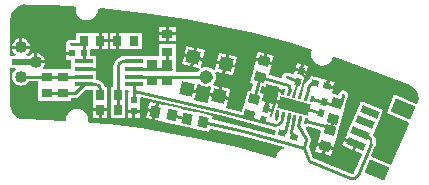
<source format=gbl>
G04*
G04 #@! TF.GenerationSoftware,Altium Limited,CircuitStudio,1.5.2 (30)*
G04*
G04 Layer_Physical_Order=2*
G04 Layer_Color=12500520*
%FSLAX25Y25*%
%MOIN*%
G70*
G01*
G75*
%ADD10R,0.09000X0.02000*%
%ADD11C,0.01000*%
%ADD12C,0.01378*%
%ADD13C,0.04000*%
%ADD14C,0.01181*%
%ADD15R,0.02362X0.01969*%
%ADD16R,0.01969X0.02362*%
G04:AMPARAMS|DCode=17|XSize=19.69mil|YSize=23.62mil|CornerRadius=0mil|HoleSize=0mil|Usage=FLASHONLY|Rotation=75.000|XOffset=0mil|YOffset=0mil|HoleType=Round|Shape=Rectangle|*
%AMROTATEDRECTD17*
4,1,4,0.00886,-0.01256,-0.01396,-0.00645,-0.00886,0.01256,0.01396,0.00645,0.00886,-0.01256,0.0*
%
%ADD17ROTATEDRECTD17*%

%ADD18R,0.03543X0.03150*%
%ADD19R,0.03150X0.03543*%
%ADD20R,0.02756X0.03543*%
G04:AMPARAMS|DCode=21|XSize=19.69mil|YSize=9.84mil|CornerRadius=1.23mil|HoleSize=0mil|Usage=FLASHONLY|Rotation=255.000|XOffset=0mil|YOffset=0mil|HoleType=Round|Shape=RoundedRectangle|*
%AMROUNDEDRECTD21*
21,1,0.01969,0.00738,0,0,255.0*
21,1,0.01723,0.00984,0,0,255.0*
1,1,0.00246,-0.00579,-0.00737*
1,1,0.00246,-0.00134,0.00928*
1,1,0.00246,0.00579,0.00737*
1,1,0.00246,0.00134,-0.00928*
%
%ADD21ROUNDEDRECTD21*%
G04:AMPARAMS|DCode=22|XSize=39.37mil|YSize=104.33mil|CornerRadius=0mil|HoleSize=0mil|Usage=FLASHONLY|Rotation=255.000|XOffset=0mil|YOffset=0mil|HoleType=Round|Shape=Rectangle|*
%AMROTATEDRECTD22*
4,1,4,-0.04529,0.03252,0.05548,0.00551,0.04529,-0.03252,-0.05548,-0.00551,-0.04529,0.03252,0.0*
%
%ADD22ROTATEDRECTD22*%

G04:AMPARAMS|DCode=23|XSize=35.43mil|YSize=31.5mil|CornerRadius=0mil|HoleSize=0mil|Usage=FLASHONLY|Rotation=345.000|XOffset=0mil|YOffset=0mil|HoleType=Round|Shape=Rectangle|*
%AMROTATEDRECTD23*
4,1,4,-0.02119,-0.01063,-0.01304,0.01980,0.02119,0.01063,0.01304,-0.01980,-0.02119,-0.01063,0.0*
%
%ADD23ROTATEDRECTD23*%

G04:AMPARAMS|DCode=24|XSize=19.69mil|YSize=23.62mil|CornerRadius=0mil|HoleSize=0mil|Usage=FLASHONLY|Rotation=345.000|XOffset=0mil|YOffset=0mil|HoleType=Round|Shape=Rectangle|*
%AMROTATEDRECTD24*
4,1,4,-0.01256,-0.00886,-0.00645,0.01396,0.01256,0.00886,0.00645,-0.01396,-0.01256,-0.00886,0.0*
%
%ADD24ROTATEDRECTD24*%

%ADD25P,0.06125X4X213.0*%
G04:AMPARAMS|DCode=26|XSize=44.88mil|YSize=44.88mil|CornerRadius=22.44mil|HoleSize=0mil|Usage=FLASHONLY|Rotation=348.000|XOffset=0mil|YOffset=0mil|HoleType=Round|Shape=RoundedRectangle|*
%AMROUNDEDRECTD26*
21,1,0.04488,0.00000,0,0,348.0*
21,1,0.00000,0.04488,0,0,348.0*
1,1,0.04488,0.00000,0.00000*
1,1,0.04488,0.00000,0.00000*
1,1,0.04488,0.00000,0.00000*
1,1,0.04488,0.00000,0.00000*
%
%ADD26ROUNDEDRECTD26*%
G04:AMPARAMS|DCode=27|XSize=23.62mil|YSize=61.02mil|CornerRadius=0mil|HoleSize=0mil|Usage=FLASHONLY|Rotation=67.000|XOffset=0mil|YOffset=0mil|HoleType=Round|Shape=Rectangle|*
%AMROTATEDRECTD27*
4,1,4,0.02347,-0.02279,-0.03270,0.00105,-0.02347,0.02279,0.03270,-0.00105,0.02347,-0.02279,0.0*
%
%ADD27ROTATEDRECTD27*%

G04:AMPARAMS|DCode=28|XSize=47.24mil|YSize=70.87mil|CornerRadius=0mil|HoleSize=0mil|Usage=FLASHONLY|Rotation=67.000|XOffset=0mil|YOffset=0mil|HoleType=Round|Shape=Rectangle|*
%AMROTATEDRECTD28*
4,1,4,0.02339,-0.03559,-0.04185,-0.00790,-0.02339,0.03559,0.04185,0.00790,0.02339,-0.03559,0.0*
%
%ADD28ROTATEDRECTD28*%

G04:AMPARAMS|DCode=29|XSize=35.43mil|YSize=31.5mil|CornerRadius=0mil|HoleSize=0mil|Usage=FLASHONLY|Rotation=78.000|XOffset=0mil|YOffset=0mil|HoleType=Round|Shape=Rectangle|*
%AMROTATEDRECTD29*
4,1,4,0.01172,-0.02060,-0.01909,-0.01406,-0.01172,0.02060,0.01909,0.01406,0.01172,-0.02060,0.0*
%
%ADD29ROTATEDRECTD29*%

%ADD30R,0.03543X0.02756*%
%ADD31R,0.06378X0.01700*%
%ADD32C,0.00800*%
G36*
X388931Y374519D02*
X389017Y374330D01*
X388923Y373981D01*
X390385Y373589D01*
X390126Y372623D01*
X388664Y373015D01*
X388571Y372666D01*
X388541Y372220D01*
X388617Y371996D01*
X388166Y370312D01*
X394171Y368703D01*
X393912Y367737D01*
X387907Y369346D01*
X387456Y367661D01*
X387278Y367505D01*
X387081Y367105D01*
X386906Y366453D01*
X386822Y366282D01*
X386809Y366092D01*
X386635Y365441D01*
X386631Y365387D01*
X386496Y364881D01*
X386360Y364679D01*
X385975Y364586D01*
X385872Y364843D01*
X386307Y366467D01*
X384390Y366980D01*
X384520Y367463D01*
X384037Y367593D01*
X384601Y369700D01*
X383564Y369977D01*
X383314Y370410D01*
X383834Y372351D01*
X382976Y372581D01*
X382726Y373014D01*
X383263Y375020D01*
X384463Y374698D01*
X384718Y375648D01*
X388931Y374519D01*
D02*
G37*
G36*
X304525Y402136D02*
D01*
X304525Y402136D01*
X311632Y402015D01*
X320108Y401580D01*
X320605Y401540D01*
X320605D01*
X321032Y401362D01*
X321036Y401359D01*
X321082Y401291D01*
X321084Y401285D01*
X321205Y400833D01*
X321198Y400777D01*
X321179Y400624D01*
X321179Y400623D01*
Y400623D01*
X321179Y400623D01*
X321183Y400593D01*
Y400593D01*
X321183Y400592D01*
Y400592D01*
X321208Y400405D01*
Y400405D01*
X321216Y400342D01*
D01*
X321278Y399869D01*
X321304Y399672D01*
X321672Y398785D01*
X322256Y398023D01*
X323018Y397439D01*
X323905Y397071D01*
X324857Y396946D01*
X325809Y397071D01*
X326696Y397439D01*
X327458Y398023D01*
X328043Y398785D01*
X328410Y399672D01*
X328429Y399816D01*
X328495Y400311D01*
X328495Y400311D01*
X328694Y400746D01*
X328750Y400784D01*
X329198Y400910D01*
X329674Y400870D01*
X334842Y400427D01*
X346392Y399040D01*
X357889Y397260D01*
X369318Y395088D01*
X380666Y392527D01*
X391920Y389580D01*
X399209Y387402D01*
X399210Y387401D01*
X399210Y387401D01*
X399216Y387400D01*
X399336Y387346D01*
X399658Y387155D01*
X399717Y387006D01*
X399739Y386948D01*
X399785Y386824D01*
X399697Y386407D01*
X399637Y385944D01*
X399573Y385460D01*
X399698Y384508D01*
X400066Y383621D01*
X400650Y382859D01*
X401412Y382275D01*
X402299Y381907D01*
X403251Y381782D01*
X404203Y381907D01*
X405091Y382275D01*
X405852Y382859D01*
X406437Y383621D01*
X406524Y383832D01*
X406711Y384283D01*
Y384283D01*
X406712Y384284D01*
X406792Y384399D01*
X406947Y384618D01*
X406991Y384677D01*
X407082Y384737D01*
X407544Y384743D01*
X407544Y384743D01*
X407550Y384741D01*
X432561Y375293D01*
D01*
X432561Y375293D01*
X432624Y375264D01*
X433027Y375073D01*
X433962Y374356D01*
X434756Y373321D01*
X435255Y372116D01*
X435425Y370823D01*
X435255Y369530D01*
X435149Y369275D01*
X434686Y369086D01*
X427396Y372181D01*
X424768Y365991D01*
X432006Y362919D01*
X432191Y362455D01*
X426222Y348727D01*
X419882Y351418D01*
X419695Y351882D01*
X420994Y354943D01*
X421026Y355096D01*
X421155Y355408D01*
X421275Y356322D01*
X421155Y357236D01*
X420802Y358087D01*
X420254Y358802D01*
X420452Y359269D01*
X420452Y359269D01*
X422157Y363285D01*
X422157Y363285D01*
X422157Y363285D01*
X423695Y366909D01*
X416237Y370074D01*
X414533Y366059D01*
X414533Y366059D01*
X414533Y366059D01*
X413160Y362825D01*
X413160Y362825D01*
X411636Y359235D01*
X411456Y358810D01*
D01*
X411275Y358385D01*
X410965Y357654D01*
X414694Y356071D01*
X414499Y355611D01*
X414959Y355416D01*
X414107Y353408D01*
X416249Y352498D01*
X416436Y352035D01*
X413987Y346263D01*
X413780Y345828D01*
X413417Y345538D01*
X413365Y345517D01*
X413190Y345590D01*
X413181Y345571D01*
X400192Y351085D01*
X398799Y354532D01*
X399447Y356950D01*
X399486Y357545D01*
Y357545D01*
X399294Y358110D01*
X397745Y360793D01*
X398045Y361275D01*
X398110Y361271D01*
X398533Y361414D01*
X398661Y361527D01*
X402653Y360457D01*
X402903Y360024D01*
X402504Y358536D01*
X402468Y358403D01*
X402374Y358053D01*
X402339Y357920D01*
X401837Y356049D01*
X404515Y355332D01*
X407192Y354614D01*
X407693Y356486D01*
X407729Y356618D01*
X407823Y356968D01*
X407858Y357101D01*
X408863Y360853D01*
X408896Y360844D01*
X410193Y365686D01*
X410229Y365819D01*
Y365819D01*
X410323Y366168D01*
X410452Y366651D01*
X410907Y368349D01*
X411031Y368600D01*
X411697Y371086D01*
X411832Y371289D01*
X411956Y371909D01*
X411832Y372530D01*
X411481Y373056D01*
X410955Y373408D01*
X410334Y373531D01*
X409713Y373408D01*
X409187Y373056D01*
X408836Y372530D01*
X408788Y372289D01*
X408363Y372025D01*
X406432Y372542D01*
X406799Y373912D01*
X404692Y374476D01*
X404821Y374959D01*
X404339Y375089D01*
X404852Y377005D01*
X403678Y377320D01*
X403228Y377440D01*
X403228D01*
X402778Y377561D01*
X399425Y378459D01*
X399059Y377093D01*
X398228Y376612D01*
X397779Y376219D01*
X397689Y376036D01*
X397219Y376213D01*
X397676Y377922D01*
X397677D01*
X397676Y377922D01*
X398002Y379135D01*
X396085Y379649D01*
X394168Y380162D01*
X393810Y378825D01*
X392226Y379248D01*
X392023Y379383D01*
X391403Y379507D01*
X390782Y379383D01*
X390256Y379032D01*
X389904Y378506D01*
X389798Y377971D01*
X389589Y377706D01*
X389426Y377553D01*
X385851Y378511D01*
X385601Y378944D01*
X385760Y379539D01*
X385796Y379672D01*
X385890Y380022D01*
X385926Y380155D01*
X386427Y382026D01*
X383750Y382744D01*
X381072Y383461D01*
X380571Y381590D01*
X380536Y381457D01*
X380442Y381107D01*
X380406Y380974D01*
X379109Y376133D01*
X379967Y375903D01*
X380217Y375470D01*
X379680Y373464D01*
X378480Y373785D01*
X377147Y368811D01*
X377147Y368811D01*
X377053Y368461D01*
X377018Y368328D01*
Y368328D01*
X376506Y366417D01*
X371333Y367804D01*
X371881Y370382D01*
X368784Y371040D01*
X365688Y371698D01*
X365240Y369591D01*
X364818Y369323D01*
X360594Y370305D01*
X361097Y372674D01*
X358001Y373332D01*
X358209Y374310D01*
X361305Y373652D01*
X361741Y375700D01*
X362281Y375837D01*
X362453Y375635D01*
X363157Y375151D01*
X363962Y374866D01*
X364814Y374799D01*
X365654Y374955D01*
X365893Y375069D01*
X366331Y374724D01*
X365896Y372676D01*
X368503Y372122D01*
X369057Y374729D01*
X367010Y375165D01*
X366872Y375705D01*
X367074Y375877D01*
X367558Y376581D01*
X367843Y377386D01*
X367910Y378238D01*
X367754Y379078D01*
X367640Y379317D01*
X367985Y379755D01*
X370033Y379320D01*
X370587Y381927D01*
X367980Y382481D01*
X367545Y380434D01*
X367004Y380296D01*
X366832Y380498D01*
X366128Y380982D01*
X365323Y381267D01*
X364471Y381334D01*
X363632Y381179D01*
X363392Y381064D01*
X362954Y381410D01*
X363389Y383457D01*
X360782Y384011D01*
X360228Y381404D01*
X362276Y380969D01*
X362413Y380428D01*
X362211Y380256D01*
X361757Y379596D01*
X354930D01*
X354470Y379692D01*
Y380336D01*
X354528Y380627D01*
X354470Y380917D01*
Y384080D01*
Y388836D01*
X348927D01*
Y384841D01*
X344732D01*
Y385036D01*
X336354D01*
Y384642D01*
X336225Y384625D01*
X335410Y384287D01*
X334711Y383751D01*
X334175Y383052D01*
X333837Y382237D01*
X333723Y381371D01*
X333722Y381364D01*
Y374782D01*
X332873D01*
Y369782D01*
X332873D01*
Y364239D01*
X337629D01*
Y369239D01*
X337629D01*
Y373658D01*
X338721D01*
X338921Y373413D01*
X338972Y373160D01*
X338651Y372660D01*
X338559D01*
Y368298D01*
Y367042D01*
X342527D01*
Y368298D01*
Y370964D01*
X342919Y371275D01*
X370472Y364867D01*
X387236Y360375D01*
X387278Y360373D01*
X387612Y360329D01*
X387889Y359913D01*
X387630Y358944D01*
X387197Y358694D01*
X377384Y361324D01*
X377358Y361325D01*
X377335Y361336D01*
X366521Y363851D01*
X366789Y365114D01*
X361887Y366156D01*
X361752Y366184D01*
X361526Y366232D01*
X361398Y366260D01*
X361263Y366288D01*
X356361Y367330D01*
X356361Y367330D01*
X356189Y367514D01*
X356189Y367514D01*
X351287Y368556D01*
X351152Y368584D01*
X350956Y368626D01*
X350798Y368660D01*
X350663Y368688D01*
X348768Y369091D01*
X348192Y366380D01*
X347616Y363669D01*
X349510Y363266D01*
X349645Y363237D01*
X349841Y363196D01*
X349999Y363162D01*
X350134Y363133D01*
X355036Y362091D01*
X355036Y362091D01*
X355208Y361908D01*
X355208Y361908D01*
X360110Y360866D01*
X360245Y360837D01*
X360471Y360789D01*
X360599Y360762D01*
X360734Y360733D01*
X365636Y359691D01*
X365810Y360509D01*
X366232Y360777D01*
X376617Y358363D01*
X390490Y354645D01*
X390524Y354118D01*
X389866Y353846D01*
X389008Y353188D01*
X388350Y352330D01*
X388181Y351921D01*
X388176Y351909D01*
X388142Y351828D01*
X387992Y351466D01*
X387992Y351466D01*
X387991Y351466D01*
X387990Y351467D01*
X387990Y351467D01*
X387990Y351466D01*
X387990Y351466D01*
X387990Y351465D01*
X387958Y351419D01*
X387811Y351216D01*
X387697Y351063D01*
X387661Y351038D01*
X387197Y351030D01*
X386730Y351176D01*
X385195Y351657D01*
X374784Y354513D01*
X364279Y356996D01*
X353691Y359102D01*
X343035Y360828D01*
X332325Y362174D01*
X326494Y362695D01*
X326190Y362722D01*
X325831Y362798D01*
X325775Y362817D01*
X325652Y362859D01*
X325422Y362982D01*
X325384Y363038D01*
X325289Y363364D01*
X325278Y363401D01*
X325278Y363499D01*
X325278Y363700D01*
Y363700D01*
Y363700D01*
X325278Y363701D01*
Y363701D01*
X325274Y363731D01*
X325274Y363733D01*
X325250Y363913D01*
X325241Y363982D01*
X325179Y364455D01*
X325153Y364652D01*
X324786Y365539D01*
X324201Y366301D01*
X323439Y366886D01*
X322552Y367253D01*
X321600Y367378D01*
X320648Y367253D01*
X319761Y366886D01*
X318999Y366301D01*
X318414Y365539D01*
X318047Y364652D01*
X318028Y364508D01*
X317986Y364188D01*
X317919Y363909D01*
X317820Y363676D01*
X317767Y363624D01*
X317622Y363481D01*
X317252Y363367D01*
Y363367D01*
X310793Y363714D01*
X304788Y363821D01*
X304568Y363825D01*
X304562Y363825D01*
X304087Y363857D01*
X304087Y363857D01*
X304087D01*
X303616Y363905D01*
X303007Y363985D01*
X301802Y364485D01*
X300767Y365279D01*
X299974Y366313D01*
X299475Y367518D01*
X299304Y368811D01*
X299323Y381011D01*
X300956D01*
X301126Y380511D01*
X300759Y380229D01*
X300278Y379603D01*
X299976Y378873D01*
X299873Y378090D01*
X299976Y377306D01*
X300278Y376577D01*
X300759Y375950D01*
X301386Y375469D01*
X302115Y375167D01*
X302899Y375064D01*
X303682Y375167D01*
X304411Y375469D01*
X305038Y375950D01*
X305506Y376560D01*
X308627D01*
Y375492D01*
X308627D01*
Y375130D01*
X308627D01*
Y369980D01*
X319670D01*
Y371025D01*
X320898D01*
X321483Y371142D01*
X321980Y371474D01*
X324164Y373658D01*
X326968D01*
Y369782D01*
X326968D01*
Y367511D01*
X329346D01*
X331724D01*
Y369239D01*
X331724D01*
Y374782D01*
X330823D01*
X330821Y374793D01*
X330519Y375522D01*
X330039Y376148D01*
X329413Y376629D01*
X328684Y376931D01*
X328040Y377015D01*
Y378777D01*
Y380127D01*
X323851D01*
Y381127D01*
X328040D01*
Y381336D01*
Y385036D01*
X326048D01*
Y386839D01*
X326426Y387239D01*
X326607D01*
X326788D01*
X326926Y387239D01*
X328863D01*
Y390011D01*
Y392782D01*
X326926D01*
X326788Y392782D01*
X326607D01*
X326426D01*
X326288Y392782D01*
X321276D01*
Y390430D01*
X319908Y390425D01*
X319453Y390515D01*
X318833Y390392D01*
X318307Y390040D01*
X317955Y389514D01*
X317832Y388894D01*
X317955Y388273D01*
X318007Y388195D01*
X317749Y387695D01*
X317749D01*
X317749Y387695D01*
Y386211D01*
X319930D01*
Y385211D01*
X317749D01*
Y383727D01*
X319662D01*
Y381336D01*
Y380642D01*
X310413D01*
X310167Y381141D01*
X310440Y381498D01*
X310742Y382228D01*
X310780Y382511D01*
X307820D01*
Y383011D01*
X307320D01*
Y385971D01*
X307037Y385934D01*
X306307Y385631D01*
X305680Y385151D01*
X305573Y385011D01*
X304841D01*
X304671Y385511D01*
X305038Y385792D01*
X305519Y386419D01*
X305821Y387149D01*
X305859Y387432D01*
X299938D01*
X299976Y387149D01*
X300278Y386419D01*
X300759Y385792D01*
X301126Y385511D01*
X300956Y385011D01*
X299682D01*
X299329Y385365D01*
X299347Y396941D01*
X299347Y396947D01*
X299377Y397423D01*
X299377Y397423D01*
X299377Y397423D01*
Y397423D01*
X299425Y397894D01*
X299505Y398504D01*
X300004Y399709D01*
X300798Y400743D01*
X301833Y401537D01*
X303038Y402036D01*
X304038Y402168D01*
X304525Y402136D01*
D02*
G37*
%LPC*%
G36*
X385567Y369441D02*
X385132Y367817D01*
X386566Y367433D01*
X387001Y369057D01*
X385567Y369441D01*
D02*
G37*
G36*
X370035Y374521D02*
X369481Y371914D01*
X372088Y371360D01*
X372643Y373967D01*
X370035Y374521D01*
D02*
G37*
G36*
X405818Y376747D02*
X405434Y375313D01*
X407058Y374878D01*
X407442Y376311D01*
X405818Y376747D01*
D02*
G37*
G36*
X394862Y382752D02*
X394427Y381128D01*
X395861Y380744D01*
X396296Y382368D01*
X394862Y382752D01*
D02*
G37*
G36*
X357197Y384773D02*
X356643Y382166D01*
X359250Y381612D01*
X359804Y384219D01*
X357197Y384773D01*
D02*
G37*
G36*
X371565Y381719D02*
X371011Y379112D01*
X373618Y378558D01*
X374172Y381165D01*
X371565Y381719D01*
D02*
G37*
G36*
X397262Y382109D02*
X396827Y380485D01*
X398260Y380101D01*
X398695Y381725D01*
X397262Y382109D01*
D02*
G37*
G36*
X410574Y356733D02*
X409917Y355186D01*
X413186Y353799D01*
X413843Y355346D01*
X410574Y356733D01*
D02*
G37*
G36*
X345080Y366530D02*
X344608Y364308D01*
X346638Y363877D01*
X347110Y366099D01*
X345080Y366530D01*
D02*
G37*
G36*
X404739Y354237D02*
X404202Y352232D01*
X406396Y351644D01*
X406933Y353648D01*
X404739Y354237D01*
D02*
G37*
G36*
X401579Y355083D02*
X401042Y353079D01*
X403236Y352491D01*
X403773Y354495D01*
X401579Y355083D01*
D02*
G37*
G36*
X328846Y366511D02*
X326968D01*
Y364239D01*
X328846D01*
Y366511D01*
D02*
G37*
G36*
X342527Y366042D02*
X341043D01*
Y364361D01*
X342527D01*
Y366042D01*
D02*
G37*
G36*
X345761Y369730D02*
X345288Y367508D01*
X347318Y367077D01*
X347790Y369299D01*
X345761Y369730D01*
D02*
G37*
G36*
X331724Y366511D02*
X329846D01*
Y364239D01*
X331724D01*
Y366511D01*
D02*
G37*
G36*
X340043Y366042D02*
X338559D01*
Y364361D01*
X340043D01*
Y366042D01*
D02*
G37*
G36*
X351199Y391864D02*
X348927D01*
Y389986D01*
X351199D01*
Y391864D01*
D02*
G37*
G36*
X354470D02*
X352199D01*
Y389986D01*
X354470D01*
Y391864D01*
D02*
G37*
G36*
X302398Y390892D02*
X302115Y390855D01*
X301386Y390553D01*
X300759Y390072D01*
X300278Y389445D01*
X299976Y388715D01*
X299938Y388432D01*
X302398D01*
Y390892D01*
D02*
G37*
G36*
X303398D02*
Y388432D01*
X305859D01*
X305821Y388715D01*
X305519Y389445D01*
X305038Y390072D01*
X304411Y390553D01*
X303682Y390855D01*
X303398Y390892D01*
D02*
G37*
G36*
X334531Y392782D02*
X332456D01*
Y390511D01*
X334531D01*
Y392782D01*
D02*
G37*
G36*
X351199Y394742D02*
X348927D01*
Y392864D01*
X351199D01*
Y394742D01*
D02*
G37*
G36*
X354470D02*
X352199D01*
Y392864D01*
X354470D01*
Y394742D01*
D02*
G37*
G36*
X329863Y392782D02*
Y390511D01*
X331938D01*
Y392782D01*
X329863D01*
D02*
G37*
G36*
X337968Y392782D02*
X337787D01*
X337606D01*
X337468Y392782D01*
X335531D01*
Y390011D01*
Y387239D01*
X337468D01*
X337606Y387239D01*
X337787D01*
X337968D01*
X338106Y387239D01*
X343118D01*
Y392782D01*
X338106D01*
X337968Y392782D01*
D02*
G37*
G36*
X385029Y385584D02*
X384491Y383580D01*
X386686Y382992D01*
X387223Y384996D01*
X385029Y385584D01*
D02*
G37*
G36*
X308320Y385971D02*
Y383511D01*
X310780D01*
X310742Y383794D01*
X310440Y384524D01*
X309959Y385151D01*
X309333Y385631D01*
X308603Y385934D01*
X308320Y385971D01*
D02*
G37*
G36*
X372327Y385305D02*
X371773Y382697D01*
X374380Y382143D01*
X374935Y384751D01*
X372327Y385305D01*
D02*
G37*
G36*
X368742Y386067D02*
X368188Y383459D01*
X370795Y382905D01*
X371349Y385513D01*
X368742Y386067D01*
D02*
G37*
G36*
X381868Y386431D02*
X381331Y384427D01*
X383525Y383839D01*
X384063Y385843D01*
X381868Y386431D01*
D02*
G37*
G36*
X334531Y389511D02*
X332456D01*
Y387239D01*
X334531D01*
Y389511D01*
D02*
G37*
G36*
X331938Y389511D02*
X329863D01*
Y387239D01*
X331938D01*
Y389511D01*
D02*
G37*
G36*
X361544Y387597D02*
X360990Y384989D01*
X363597Y384435D01*
X364152Y387042D01*
X361544Y387597D01*
D02*
G37*
G36*
X357959Y388359D02*
X357405Y385752D01*
X360012Y385197D01*
X360566Y387805D01*
X357959Y388359D01*
D02*
G37*
%LPD*%
D10*
X304398Y383011D02*
D03*
D11*
X386667Y370196D02*
G03*
X385065Y369270I-339J-1264D01*
G01*
X392535Y374008D02*
G03*
X391764Y375343I-1053J282D01*
G01*
X387632Y361853D02*
G03*
X389579Y362977I411J1536D01*
G01*
X327914Y380627D02*
G03*
X329398Y382111I0J1484D01*
G01*
X337099Y383211D02*
G03*
X335251Y381364I0J-1847D01*
G01*
X329398Y374011D02*
G03*
X327902Y375508I-1497J0D01*
G01*
X419586Y355540D02*
G03*
X418527Y358163I-1841J781D01*
G01*
X412584Y344163D02*
G03*
X415206Y345223I781J1841D01*
G01*
X340539Y373398D02*
X370843Y366351D01*
X340543Y370479D02*
Y373344D01*
X397862Y371068D02*
X398992Y375288D01*
X400451Y376130D01*
X395369Y361850D02*
X397970Y357346D01*
X395369Y361850D02*
X395905Y363848D01*
X409553Y368996D02*
X410334Y371909D01*
X319453Y388894D02*
X323851Y388911D01*
X329398Y382111D02*
Y388911D01*
X329363D02*
X329398D01*
X323851Y383186D02*
Y388911D01*
X370843Y366351D02*
X387632Y361853D01*
X392800Y359786D02*
X393749Y358143D01*
X392800Y359786D02*
X394024Y364352D01*
X390740Y359702D02*
X392123Y364862D01*
X389605Y359047D02*
X390740Y359702D01*
X388299Y365886D02*
X388320Y365881D01*
X386667Y370196D02*
X389953Y369315D01*
X384576Y367448D02*
X385065Y369270D01*
X384520Y367463D02*
X384576Y367448D01*
X398137Y367155D02*
X402839Y365895D01*
X398129Y367124D02*
X398137Y367155D01*
X392157Y372597D02*
X392535Y374008D01*
X382436Y377842D02*
X391764Y375343D01*
X382436Y377842D02*
X382453Y377903D01*
X380538Y370757D02*
X382436Y377842D01*
X389579Y362977D02*
X390247Y365468D01*
X403807Y369504D02*
X403816Y369489D01*
X408053Y368354D01*
X397827Y363334D02*
X405633Y361242D01*
X323851Y375508D02*
X327902D01*
X316898Y372555D02*
X320898D01*
X311399D02*
X316898D01*
X320898D02*
X323851Y375508D01*
Y380627D02*
X327914D01*
X337099Y383211D02*
X340543D01*
X335251Y367011D02*
Y381364D01*
X340543Y383186D02*
Y383211D01*
X399763Y370559D02*
X403807Y369504D01*
X306251Y378090D02*
X323828D01*
X323851Y378067D01*
X302899Y378090D02*
X307346D01*
X405812Y360173D02*
X406885Y364049D01*
X387858Y364058D02*
X388345Y365874D01*
X388394Y366056D01*
X391403Y377885D02*
X394299Y377111D01*
X416037Y359235D02*
X418327Y358263D01*
X415206Y345223D02*
X419586Y355540D01*
X399011Y349924D02*
X412584Y344163D01*
X397189Y354433D02*
X399011Y349924D01*
X340543Y378067D02*
X364643D01*
X340543Y380627D02*
X352998D01*
X351698Y382267D02*
Y386458D01*
X397189Y354433D02*
X397970Y357346D01*
X376988Y359846D02*
X397189Y354433D01*
X353094Y365338D02*
X358303Y364084D01*
X363694Y362938D02*
X376988Y359846D01*
X358105Y373821D02*
X368888Y371529D01*
X340543Y373414D02*
Y375508D01*
D12*
X389953Y369315D02*
D03*
X394041Y368220D02*
D03*
X398129Y367124D02*
D03*
D13*
X302899Y378090D02*
D03*
X307820Y383011D02*
D03*
X302899Y387932D02*
D03*
D14*
X395369Y361850D02*
D03*
X410334Y371909D02*
D03*
X319453Y388894D02*
D03*
X387858Y364058D02*
D03*
X391403Y377885D02*
D03*
X340543Y373414D02*
D03*
Y388911D02*
D03*
D15*
X323867Y385911D02*
D03*
X319930D02*
D03*
D16*
X340543Y370479D02*
D03*
Y366542D02*
D03*
D17*
X401019Y375978D02*
D03*
X404821Y374959D02*
D03*
X393749Y358143D02*
D03*
X389946Y359162D02*
D03*
D18*
X311399Y372555D02*
D03*
Y378067D02*
D03*
X316898Y372555D02*
D03*
Y378067D02*
D03*
X351698Y376755D02*
D03*
Y382267D02*
D03*
D19*
X323851Y390011D02*
D03*
X329363D02*
D03*
X335031D02*
D03*
X340543D02*
D03*
D20*
X335251Y367011D02*
D03*
X329346D02*
D03*
X329346Y372011D02*
D03*
X335251D02*
D03*
D21*
X390256Y373106D02*
D03*
X392157Y372597D02*
D03*
X394059Y372087D02*
D03*
X395960Y371578D02*
D03*
X397862Y371068D02*
D03*
X399763Y370559D02*
D03*
X397827Y363334D02*
D03*
X395926Y363843D02*
D03*
X394024Y364352D02*
D03*
X392123Y364862D02*
D03*
X390221Y365371D02*
D03*
X388320Y365881D02*
D03*
D22*
X394041Y368220D02*
D03*
D23*
X383879Y383226D02*
D03*
X382453Y377903D02*
D03*
X380491Y370581D02*
D03*
X379064Y365257D02*
D03*
X406885Y364049D02*
D03*
X408312Y369373D02*
D03*
X404385Y354849D02*
D03*
X405812Y360173D02*
D03*
D24*
X402839Y365895D02*
D03*
X403858Y369698D02*
D03*
X396214Y380132D02*
D03*
X395195Y376329D02*
D03*
X384520Y367463D02*
D03*
X383501Y363661D02*
D03*
D25*
X360397Y384604D02*
D03*
X371180Y382312D02*
D03*
X368888Y371529D02*
D03*
X358105Y373821D02*
D03*
D26*
X364643Y378067D02*
D03*
D27*
X414499Y355611D02*
D03*
X416037Y359235D02*
D03*
X417576Y362860D02*
D03*
X419114Y366484D02*
D03*
D28*
X421650Y347015D02*
D03*
X430264Y367311D02*
D03*
D29*
X358303Y364084D02*
D03*
X363694Y362938D02*
D03*
X353094Y365338D02*
D03*
X347703Y366484D02*
D03*
D30*
X346698Y376558D02*
D03*
Y382464D02*
D03*
X351698Y386458D02*
D03*
Y392364D02*
D03*
D31*
X323851Y375508D02*
D03*
Y378067D02*
D03*
Y380627D02*
D03*
Y383186D02*
D03*
X340543D02*
D03*
Y380627D02*
D03*
Y378067D02*
D03*
Y375508D02*
D03*
D32*
X394059Y372087D02*
X395195Y376329D01*
X396214Y380132D02*
X397606Y377721D01*
X395960Y371578D02*
X397606Y377721D01*
M02*

</source>
